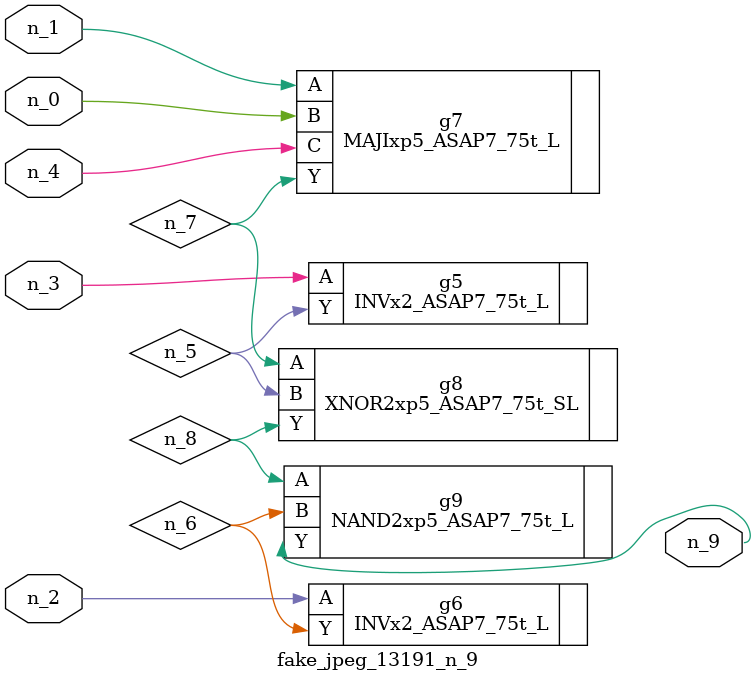
<source format=v>
module fake_jpeg_13191_n_9 (n_3, n_2, n_1, n_0, n_4, n_9);

input n_3;
input n_2;
input n_1;
input n_0;
input n_4;

output n_9;

wire n_8;
wire n_6;
wire n_5;
wire n_7;

INVx2_ASAP7_75t_L g5 ( 
.A(n_3),
.Y(n_5)
);

INVx2_ASAP7_75t_L g6 ( 
.A(n_2),
.Y(n_6)
);

MAJIxp5_ASAP7_75t_L g7 ( 
.A(n_1),
.B(n_0),
.C(n_4),
.Y(n_7)
);

XNOR2xp5_ASAP7_75t_SL g8 ( 
.A(n_7),
.B(n_5),
.Y(n_8)
);

NAND2xp5_ASAP7_75t_L g9 ( 
.A(n_8),
.B(n_6),
.Y(n_9)
);


endmodule
</source>
